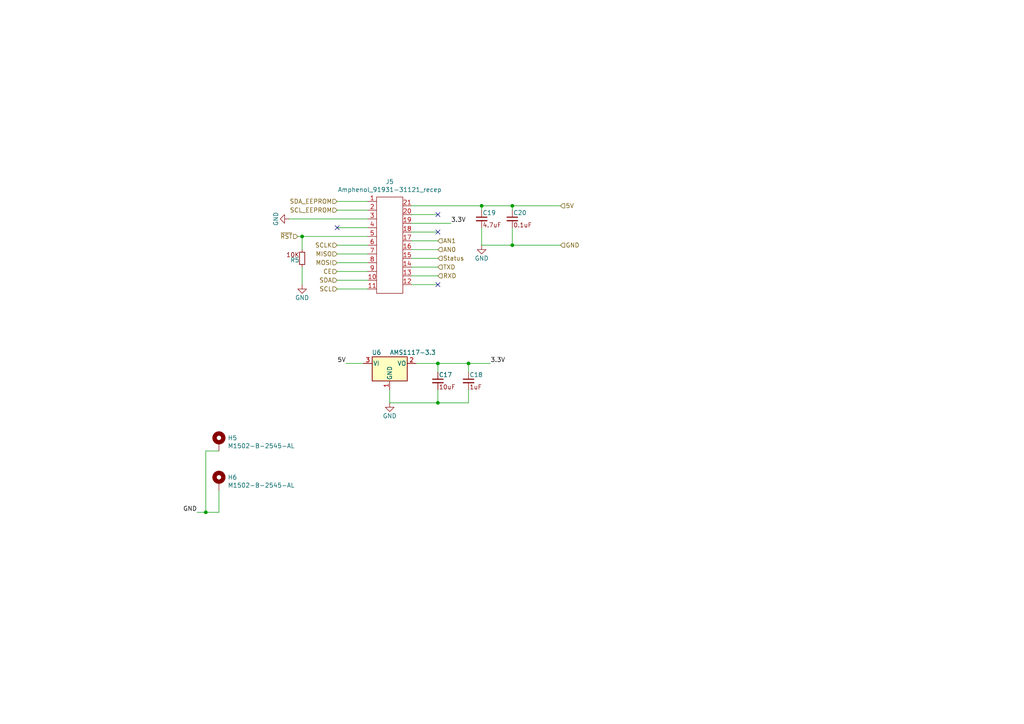
<source format=kicad_sch>
(kicad_sch (version 20211123) (generator eeschema)
  (paper "A4")
  (title_block (title "Module Slot") (date "2022-01-26") (rev "1.0") (company "Columbia ICSL"))
  (lib_symbols
    (symbol "ICSL:Amphenol_91931-31121_recep" (pin_names (offset 1.016))
      (property "Reference" "J" (at 0 12.7 0))
      (property "Value" "Amphenol_91931-31121_recep" (at 1.27 -19.05 0))
      (symbol "Amphenol_91931-31121_recep_0_1"
        (rectangle (start 3.81 -16.51) (end -3.81 11.43))
      )
      (symbol "Amphenol_91931-31121_recep_1_1"
        (pin passive line (at -6.35 10.16 0) (length 2.54) (name "~") (number "1"))
        (pin passive line (at -6.35 -12.7 0) (length 2.54) (name "~") (number "10"))
        (pin passive line (at -6.35 -15.24 0) (length 2.54) (name "~") (number "11"))
        (pin passive line (at 6.35 -13.97 180) (length 2.54) (name "~") (number "12"))
        (pin passive line (at 6.35 -11.43 180) (length 2.54) (name "~") (number "13"))
        (pin passive line (at 6.35 -8.89 180) (length 2.54) (name "~") (number "14"))
        (pin passive line (at 6.35 -6.35 180) (length 2.54) (name "~") (number "15"))
        (pin passive line (at 6.35 -3.81 180) (length 2.54) (name "~") (number "16"))
        (pin passive line (at 6.35 -1.27 180) (length 2.54) (name "~") (number "17"))
        (pin passive line (at 6.35 1.27 180) (length 2.54) (name "~") (number "18"))
        (pin passive line (at 6.35 3.81 180) (length 2.54) (name "~") (number "19"))
        (pin passive line (at -6.35 7.62 0) (length 2.54) (name "~") (number "2"))
        (pin passive line (at 6.35 6.35 180) (length 2.54) (name "~") (number "20"))
        (pin passive line (at 6.35 8.89 180) (length 2.54) (name "~") (number "21"))
        (pin passive line (at -6.35 5.08 0) (length 2.54) (name "~") (number "3"))
        (pin passive line (at -6.35 2.54 0) (length 2.54) (name "~") (number "4"))
        (pin passive line (at -6.35 0 0) (length 2.54) (name "~") (number "5"))
        (pin passive line (at -6.35 -2.54 0) (length 2.54) (name "~") (number "6"))
        (pin passive line (at -6.35 -5.08 0) (length 2.54) (name "~") (number "7"))
        (pin passive line (at -6.35 -7.62 0) (length 2.54) (name "~") (number "8"))
        (pin passive line (at -6.35 -10.16 0) (length 2.54) (name "~") (number "9"))
      )
    )
    (symbol "Mechanical:MountingHole_Pad" (pin_numbers hide) (pin_names (offset 1.016) hide)
      (property "Reference" "H" (at 0 6.35 0))
      (property "Value" "MountingHole_Pad" (at 0 4.445 0))
      (symbol "MountingHole_Pad_0_1"
        (circle (center 0 1.27) (radius 1.27) (stroke (width 1.27)))
      )
      (symbol "MountingHole_Pad_1_1"
        (pin input line (at 0 -2.54 90) (length 2.54) (name "1") (number "1"))
      )
    )
    (symbol "jlcsmt-rcl:C_0402_0.1uF_16V" (pin_numbers hide) (pin_names (offset 0.254) hide)
      (property "Reference" "C" (at 0.254 1.778 0))
      (symbol "C_0402_0.1uF_16V_0_0"
        (text "0.1uF" (at 0.254 -1.778 0) (effects (font (size 1.27 1.27)) (justify left)))
      )
      (symbol "C_0402_0.1uF_16V_0_1"
        (polyline (pts (xy -1.524 -0.508) (xy 1.524 -0.508)) (stroke (width 0.3302)))
        (polyline (pts (xy -1.524 0.508) (xy 1.524 0.508)) (stroke (width 0.3048)))
      )
      (symbol "C_0402_0.1uF_16V_1_1"
        (pin passive line (at 0 2.54 270) (length 2.032) (name "~") (number "1"))
        (pin passive line (at 0 -2.54 90) (length 2.032) (name "~") (number "2"))
      )
    )
    (symbol "jlcsmt-rcl:C_0402_1uF_25V" (pin_numbers hide) (pin_names (offset 0.254) hide)
      (property "Reference" "C" (at 0.254 1.778 0))
      (symbol "C_0402_1uF_25V_0_0"
        (text "1uF" (at 0.254 -1.778 0) (effects (font (size 1.27 1.27)) (justify left)))
      )
      (symbol "C_0402_1uF_25V_0_1"
        (polyline (pts (xy -1.524 -0.508) (xy 1.524 -0.508)) (stroke (width 0.3302)))
        (polyline (pts (xy -1.524 0.508) (xy 1.524 0.508)) (stroke (width 0.3048)))
      )
      (symbol "C_0402_1uF_25V_1_1"
        (pin passive line (at 0 2.54 270) (length 2.032) (name "~") (number "1"))
        (pin passive line (at 0 -2.54 90) (length 2.032) (name "~") (number "2"))
      )
    )
    (symbol "jlcsmt-rcl:C_0603_4.7uF_16V" (pin_numbers hide) (pin_names (offset 0.254) hide)
      (property "Reference" "C" (at 0.254 1.778 0))
      (symbol "C_0603_4.7uF_16V_0_0"
        (text "4.7uF" (at 0.254 -1.778 0) (effects (font (size 1.27 1.27)) (justify left)))
      )
      (symbol "C_0603_4.7uF_16V_0_1"
        (polyline (pts (xy -1.524 -0.508) (xy 1.524 -0.508)) (stroke (width 0.3302)))
        (polyline (pts (xy -1.524 0.508) (xy 1.524 0.508)) (stroke (width 0.3048)))
      )
      (symbol "C_0603_4.7uF_16V_1_1"
        (pin passive line (at 0 2.54 270) (length 2.032) (name "~") (number "1"))
        (pin passive line (at 0 -2.54 90) (length 2.032) (name "~") (number "2"))
      )
    )
    (symbol "jlcsmt-rcl:C_0805_10uF_25V" (pin_numbers hide) (pin_names (offset 0.254) hide)
      (property "Reference" "C" (at 0.254 1.778 0))
      (symbol "C_0805_10uF_25V_0_0"
        (text "10uF" (at 0.254 -1.778 0) (effects (font (size 1.27 1.27)) (justify left)))
      )
      (symbol "C_0805_10uF_25V_0_1"
        (polyline (pts (xy -1.524 -0.508) (xy 1.524 -0.508)) (stroke (width 0.3302)))
        (polyline (pts (xy -1.524 0.508) (xy 1.524 0.508)) (stroke (width 0.3048)))
      )
      (symbol "C_0805_10uF_25V_1_1"
        (pin passive line (at 0 2.54 270) (length 2.032) (name "~") (number "1"))
        (pin passive line (at 0 -2.54 90) (length 2.032) (name "~") (number "2"))
      )
    )
    (symbol "jlcsmt-rcl:R_0402_10K" (pin_numbers hide) (pin_names (offset 0.254) hide)
      (property "Reference" "R" (at 0.762 0.508 0))
      (symbol "R_0402_10K_0_0"
        (text "10K" (at 0.762 -1.016 0) (effects (font (size 1.27 1.27)) (justify left)))
      )
      (symbol "R_0402_10K_0_1"
        (rectangle (start -0.762 1.778) (end 0.762 -1.778) (stroke (width 0.2032)))
      )
      (symbol "R_0402_10K_1_1"
        (pin passive line (at 0 2.54 270) (length 0.762) (name "~") (number "1"))
        (pin passive line (at 0 -2.54 90) (length 0.762) (name "~") (number "2"))
      )
    )
    (symbol "jlcsmt-regulator:AMS1117-3.3" (pin_names (offset 0.254))
      (property "Reference" "U" (at -3.81 3.175 0))
      (property "Value" "AMS1117-3.3" (at 0 3.175 0))
      (symbol "AMS1117-3.3_0_1"
        (rectangle (start -5.08 -5.08) (end 5.08 1.905) (stroke (width 0.254)) (fill (type background)))
      )
      (symbol "AMS1117-3.3_1_1"
        (pin power_in line (at 0 -7.62 90) (length 2.54) (name "GND") (number "1"))
        (pin power_out line (at 7.62 0 180) (length 2.54) (name "VO") (number "2"))
        (pin power_in line (at -7.62 0 0) (length 2.54) (name "VI") (number "3"))
      )
    )
    (symbol "multiposition-cache:GND" (power) (pin_names (offset 0))
      (property "Value" "GND" (at 0 -3.81 0))
      (symbol "GND_0_1"
        (polyline (pts (xy 0 0) (xy 0 -1.27) (xy 1.27 -1.27) (xy 0 -2.54) (xy -1.27 -1.27) (xy 0 -1.27)))
      )
      (symbol "GND_1_1"
        (pin power_in line (at 0 0 270) (length 0) hide (name "GND") (number "1"))
      )
    )
  )
  (junction (at 59.69 148.59))
  (junction (at 87.63 68.58))
  (junction (at 148.59 59.69))
  (junction (at 127 105.41))
  (junction (at 148.59 71.12))
  (junction (at 127 116.84))
  (junction (at 135.89 105.41))
  (junction (at 139.7 59.69))
  (no_connect (at 127 67.31))
  (no_connect (at 127 62.23))
  (no_connect (at 97.79 66.04))
  (no_connect (at 127 82.55))
  (wire (pts (xy 119.38 72.39) (xy 127 72.39)))
  (wire (pts (xy 97.79 71.12) (xy 106.68 71.12)))
  (wire (pts (xy 119.38 69.85) (xy 127 69.85)))
  (wire (pts (xy 119.38 67.31) (xy 127 67.31)))
  (wire (pts (xy 148.59 59.69) (xy 162.56 59.69)))
  (wire (pts (xy 119.38 74.93) (xy 127 74.93)))
  (wire (pts (xy 135.89 105.41) (xy 142.24 105.41)))
  (wire (pts (xy 148.59 71.12) (xy 162.56 71.12)))
  (wire (pts (xy 97.79 60.96) (xy 106.68 60.96)))
  (wire (pts (xy 97.79 81.28) (xy 106.68 81.28)))
  (wire (pts (xy 127 113.03) (xy 127 116.84)))
  (wire (pts (xy 100.33 105.41) (xy 105.41 105.41)))
  (wire (pts (xy 139.7 60.96) (xy 139.7 59.69)))
  (wire (pts (xy 139.7 59.69) (xy 148.59 59.69)))
  (wire (pts (xy 148.59 59.69) (xy 148.59 60.96)))
  (wire (pts (xy 135.89 107.95) (xy 135.89 105.41)))
  (wire (pts (xy 139.7 71.12) (xy 148.59 71.12)))
  (wire (pts (xy 97.79 73.66) (xy 106.68 73.66)))
  (wire (pts (xy 59.69 148.59) (xy 57.15 148.59)))
  (wire (pts (xy 113.03 116.84) (xy 113.03 113.03)))
  (wire (pts (xy 63.5 142.24) (xy 63.5 148.59)))
  (wire (pts (xy 97.79 66.04) (xy 106.68 66.04)))
  (wire (pts (xy 119.38 77.47) (xy 127 77.47)))
  (wire (pts (xy 87.63 77.47) (xy 87.63 82.55)))
  (wire (pts (xy 127 116.84) (xy 135.89 116.84)))
  (wire (pts (xy 127 105.41) (xy 135.89 105.41)))
  (wire (pts (xy 113.03 116.84) (xy 127 116.84)))
  (wire (pts (xy 119.38 80.01) (xy 127 80.01)))
  (wire (pts (xy 83.82 63.5) (xy 106.68 63.5)))
  (wire (pts (xy 87.63 68.58) (xy 106.68 68.58)))
  (wire (pts (xy 119.38 59.69) (xy 139.7 59.69)))
  (wire (pts (xy 86.36 68.58) (xy 87.63 68.58)))
  (wire (pts (xy 59.69 130.81) (xy 59.69 148.59)))
  (wire (pts (xy 119.38 82.55) (xy 127 82.55)))
  (wire (pts (xy 120.65 105.41) (xy 127 105.41)))
  (wire (pts (xy 63.5 148.59) (xy 59.69 148.59)))
  (wire (pts (xy 119.38 64.77) (xy 130.81 64.77)))
  (wire (pts (xy 97.79 83.82) (xy 106.68 83.82)))
  (wire (pts (xy 97.79 78.74) (xy 106.68 78.74)))
  (wire (pts (xy 135.89 116.84) (xy 135.89 113.03)))
  (wire (pts (xy 148.59 66.04) (xy 148.59 71.12)))
  (wire (pts (xy 119.38 62.23) (xy 127 62.23)))
  (wire (pts (xy 97.79 76.2) (xy 106.68 76.2)))
  (wire (pts (xy 63.5 130.81) (xy 59.69 130.81)))
  (wire (pts (xy 139.7 66.04) (xy 139.7 71.12)))
  (wire (pts (xy 97.79 58.42) (xy 106.68 58.42)))
  (wire (pts (xy 127 107.95) (xy 127 105.41)))
  (wire (pts (xy 87.63 68.58) (xy 87.63 72.39)))
  (label "5V" (at 100.33 105.41 180))
  (label "3.3V" (at 130.81 64.77 0))
  (label "3.3V" (at 142.24 105.41 0))
  (label "GND" (at 57.15 148.59 180))
  (hierarchical_label "SCL" (shape input) (at 97.79 83.82 180))
  (hierarchical_label "SCL_EEPROM" (shape input) (at 97.79 60.96 180))
  (hierarchical_label "MISO" (shape input) (at 97.79 73.66 180))
  (hierarchical_label "SCLK" (shape input) (at 97.79 71.12 180))
  (hierarchical_label "MOSI" (shape input) (at 97.79 76.2 180))
  (hierarchical_label "SDA" (shape input) (at 97.79 81.28 180))
  (hierarchical_label "~{RST}" (shape input) (at 86.36 68.58 180))
  (hierarchical_label "TXD" (shape input) (at 127 77.47 0))
  (hierarchical_label "Status" (shape input) (at 127 74.93 0))
  (hierarchical_label "GND" (shape input) (at 162.56 71.12 0))
  (hierarchical_label "RXD" (shape input) (at 127 80.01 0))
  (hierarchical_label "AN0" (shape input) (at 127 72.39 0))
  (hierarchical_label "SDA_EEPROM" (shape input) (at 97.79 58.42 180))
  (hierarchical_label "CE" (shape input) (at 97.79 78.74 180))
  (hierarchical_label "5V" (shape input) (at 162.56 59.69 0))
  (hierarchical_label "AN1" (shape input) (at 127 69.85 0))
  (symbol (lib_id "ICSL:Amphenol_91931-31121_recep") (at 113.03 68.58 0)
    (property "Reference" "J5" (at 113.03 52.705 0))
    (property "Value" "Amphenol_91931-31121_recep" (at 113.03 55.0164 0))
    (property "Footprint" "ICSL:Amphenol_91931_31121LF" (effects hide))
    (property "Datasheet" "https://www.amphenol-icc.com/conan-9193131121lf.html" (effects hide))
    (property "LCSC" "C599173" (effects hide))
  )
  (symbol (lib_id "Mechanical:MountingHole_Pad") (at 63.5 128.27 0)
    (property "Reference" "H5" (at 66.04 127.0254 0) (effects (justify left)))
    (property "Value" "M1502-B-2545-AL" (at 66.04 129.3368 0) (effects (justify left)))
    (property "Footprint" "ICSL:Spacer_M1502-B-2545_AL" (effects hide))
  )
  (symbol (lib_id "Mechanical:MountingHole_Pad") (at 63.5 139.7 0)
    (property "Reference" "H6" (at 66.04 138.4554 0) (effects (justify left)))
    (property "Value" "M1502-B-2545-AL" (at 66.04 140.7668 0) (effects (justify left)))
    (property "Footprint" "ICSL:Spacer_M1502-B-2545_AL" (effects hide))
  )
  (symbol (lib_id "multiposition-cache:GND") (at 113.03 116.84 0)
    (property "Reference" "#PWR0149" (effects hide))
    (property "Value" "GND" (at 113.03 120.65 0))
  )
  (symbol (lib_id "multiposition-cache:GND") (at 87.63 82.55 0)
    (property "Reference" "#PWR0150" (effects hide))
    (property "Value" "GND" (at 87.63 86.36 0))
  )
  (symbol (lib_id "multiposition-cache:GND") (at 83.82 63.5 270)
    (property "Reference" "#PWR0151" (effects hide))
    (property "Value" "GND" (at 80.01 63.5 0))
  )
  (symbol (lib_id "multiposition-cache:GND") (at 139.7 71.12 0)
    (property "Reference" "#PWR0147" (effects hide))
    (property "Value" "GND" (at 139.7 74.93 0))
  )
  (symbol (lib_id "jlcsmt-regulator:AMS1117-3.3") (at 113.03 105.41 0)
    (property "Reference" "U6" (at 109.22 102.235 0))
    (property "Value" "AMS1117-3.3" (at 113.03 102.235 0) (effects (justify left)))
    (property "Footprint" "jlcsmt:SOT-223-3_TabPin2" (effects hide))
    (property "Datasheet" "https://datasheet.lcsc.com/lcsc/1811142212_Advanced-Monolithic-Systems-AMS1117-3-3_C6186.pdf" (effects hide))
    (property "MFR" "Advanced Monolithic Systems" (effects hide))
    (property "MFR Part#" "AMS1117-3.3" (effects hide))
    (property "LCSC" "C6186" (effects hide))
  )
  (symbol (lib_id "jlcsmt-rcl:C_0402_1uF_25V") (at 135.89 110.49 0)
    (property "Reference" "C18" (at 136.144 108.712 0) (effects (justify left)))
    (property "Value" "C_0402_1uF_25V" (effects hide))
    (property "Footprint" "Capacitor_SMD:C_0402_1005Metric" (effects hide))
    (property "Datasheet" "https://datasheet.lcsc.com/lcsc/1811091611_Samsung-Electro-Mechanics-CL05A105KA5NQNC_C52923.pdf" (effects hide))
    (property "MFR" "Samsung Electro-Mechanics" (effects hide))
    (property "MFR Part#" "CL05A105KA5NQNC" (effects hide))
    (property "LCSC" "C52923" (effects hide))
  )
  (symbol (lib_id "jlcsmt-rcl:C_0603_4.7uF_16V") (at 139.7 63.5 0)
    (property "Reference" "C19" (at 139.954 61.722 0) (effects (justify left)))
    (property "Value" "C_0603_4.7uF_16V" (effects hide))
    (property "Footprint" "Capacitor_SMD:C_0603_1608Metric" (effects hide))
    (property "Datasheet" "https://datasheet.lcsc.com/lcsc/1810261514_Samsung-Electro-Mechanics-CL10A475KO8NNNC_C19666.pdf" (effects hide))
    (property "MFR" "Samsung Electro-Mechanics" (effects hide))
    (property "MFR Part#" "CL10A475KO8NNNC" (effects hide))
    (property "LCSC" "C19666" (effects hide))
  )
  (symbol (lib_id "jlcsmt-rcl:C_0805_10uF_25V") (at 127 110.49 0)
    (property "Reference" "C17" (at 127.254 108.712 0) (effects (justify left)))
    (property "Value" "C_0805_10uF_25V" (effects hide))
    (property "Footprint" "Capacitor_SMD:C_0805_2012Metric" (effects hide))
    (property "Datasheet" "https://datasheet.lcsc.com/lcsc/1811121310_Samsung-Electro-Mechanics-CL21A106KAYNNNE_C15850.pdf" (effects hide))
    (property "MFR" "Samsung Electro-Mechanics" (effects hide))
    (property "MFR Part#" "CL21A106KAYNNNE" (effects hide))
    (property "LCSC" "C15850" (effects hide))
  )
  (symbol (lib_id "jlcsmt-rcl:C_0402_0.1uF_16V") (at 148.59 63.5 0)
    (property "Reference" "C20" (at 148.844 61.722 0) (effects (justify left)))
    (property "Value" "C_0402_0.1uF_16V" (effects hide))
    (property "Footprint" "Capacitor_SMD:C_0402_1005Metric" (effects hide))
    (property "Datasheet" "https://datasheet.lcsc.com/lcsc/1810191219_Samsung-Electro-Mechanics-CL05B104KO5NNNC_C1525.pdf" (effects hide))
    (property "MFR" "Samsung Electro-Mechanics" (effects hide))
    (property "MFR Part#" "CL05B104KO5NNNC" (effects hide))
    (property "LCSC" "C1525" (effects hide))
  )
  (symbol (lib_id "jlcsmt-rcl:R_0402_10K") (at 87.63 74.93 180)
    (property "Reference" "R5" (at 86.868 75.438 0) (effects (justify left)))
    (property "Value" "R_0402_10K" (effects hide))
    (property "Footprint" "Resistor_SMD:R_0402_1005Metric" (effects hide))
    (property "Datasheet" "https://datasheet.lcsc.com/lcsc/2110260030_UNI-ROYAL-Uniroyal-Elec-0402WGF1002TCE_C25744.pdf" (effects hide))
    (property "MFR" "UNI-ROYAL(Uniroyal Elec)" (effects hide))
    (property "MFR Part#" "0402WGF1002TCE" (effects hide))
    (property "LCSC" "C25744" (effects hide))
  )
)
</source>
